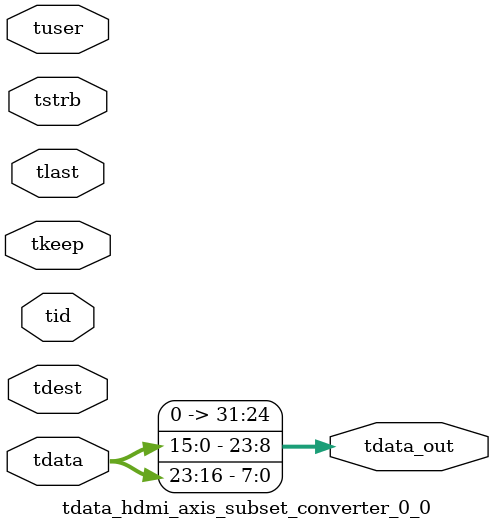
<source format=v>


`timescale 1ps/1ps

module tdata_hdmi_axis_subset_converter_0_0 #
(
parameter C_S_AXIS_TDATA_WIDTH = 32,
parameter C_S_AXIS_TUSER_WIDTH = 0,
parameter C_S_AXIS_TID_WIDTH   = 0,
parameter C_S_AXIS_TDEST_WIDTH = 0,
parameter C_M_AXIS_TDATA_WIDTH = 32
)
(
input  [(C_S_AXIS_TDATA_WIDTH == 0 ? 1 : C_S_AXIS_TDATA_WIDTH)-1:0     ] tdata,
input  [(C_S_AXIS_TUSER_WIDTH == 0 ? 1 : C_S_AXIS_TUSER_WIDTH)-1:0     ] tuser,
input  [(C_S_AXIS_TID_WIDTH   == 0 ? 1 : C_S_AXIS_TID_WIDTH)-1:0       ] tid,
input  [(C_S_AXIS_TDEST_WIDTH == 0 ? 1 : C_S_AXIS_TDEST_WIDTH)-1:0     ] tdest,
input  [(C_S_AXIS_TDATA_WIDTH/8)-1:0 ] tkeep,
input  [(C_S_AXIS_TDATA_WIDTH/8)-1:0 ] tstrb,
input                                                                    tlast,
output [C_M_AXIS_TDATA_WIDTH-1:0] tdata_out
);

assign tdata_out = {tdata[15:8],tdata[7:0],tdata[23:16]};

endmodule


</source>
